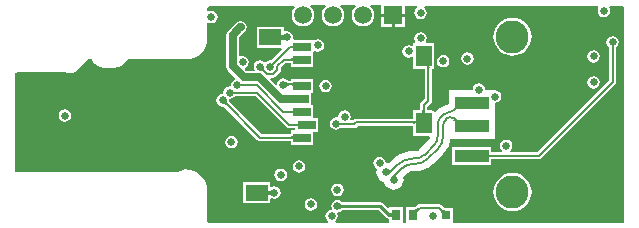
<source format=gtl>
G04 Layer_Physical_Order=1*
G04 Layer_Color=255*
%FSLAX43Y43*%
%MOMM*%
G71*
G01*
G75*
%ADD10C,0.203*%
%ADD11C,0.203*%
%ADD12R,2.880X1.120*%
%ADD13R,1.500X0.800*%
%ADD14R,1.900X1.400*%
%ADD15R,1.400X1.800*%
%ADD16R,0.762X0.965*%
%ADD17R,0.762X0.762*%
%ADD18C,0.635*%
%ADD19C,0.254*%
%ADD20R,1.500X1.500*%
%ADD21C,1.500*%
%ADD22C,2.800*%
%ADD23C,0.635*%
G36*
X20716Y1982D02*
X20791Y1918D01*
X20824Y1895D01*
X20854Y1877D01*
X20881Y1865D01*
X20906Y1859D01*
X20927Y1859D01*
X20946Y1864D01*
X20961Y1876D01*
X20677Y1591D01*
X20688Y1607D01*
X20693Y1625D01*
X20693Y1647D01*
X20687Y1671D01*
X20675Y1698D01*
X20658Y1729D01*
X20634Y1762D01*
X20605Y1798D01*
X20530Y1879D01*
X20674Y2022D01*
X20716Y1982D01*
D02*
G37*
G36*
X18770Y1878D02*
X18734Y1840D01*
X18676Y1771D01*
X18654Y1740D01*
X18637Y1710D01*
X18625Y1682D01*
X18617Y1656D01*
X18615Y1632D01*
X18616Y1610D01*
X18623Y1590D01*
X18440Y1976D01*
X18451Y1961D01*
X18466Y1952D01*
X18485Y1949D01*
X18508Y1954D01*
X18535Y1965D01*
X18566Y1983D01*
X18600Y2008D01*
X18639Y2040D01*
X18728Y2123D01*
X18770Y1878D01*
D02*
G37*
G36*
X12121Y2427D02*
X12141Y2410D01*
X12163Y2396D01*
X12187Y2384D01*
X12212Y2373D01*
X12238Y2365D01*
X12265Y2358D01*
X12294Y2353D01*
X12324Y2350D01*
X12356Y2349D01*
Y2095D01*
X12324Y2095D01*
X12294Y2092D01*
X12265Y2087D01*
X12238Y2080D01*
X12212Y2072D01*
X12187Y2061D01*
X12163Y2049D01*
X12141Y2035D01*
X12121Y2018D01*
X12101Y2000D01*
Y2445D01*
X12121Y2427D01*
D02*
G37*
G36*
X15993Y1262D02*
X16102Y1189D01*
X16231Y1163D01*
X16267D01*
Y845D01*
X11711D01*
X11672Y972D01*
X11750Y1025D01*
X11865Y1197D01*
X11906Y1400D01*
X11872Y1571D01*
X11873Y1612D01*
X11949Y1706D01*
X12078Y1732D01*
X12250Y1847D01*
X12263Y1866D01*
X12268Y1870D01*
X12276Y1874D01*
X12284Y1878D01*
X12295Y1881D01*
X12307Y1884D01*
X12319Y1886D01*
X15369D01*
X15993Y1262D01*
D02*
G37*
G36*
X15582Y18542D02*
X16586D01*
X17590D01*
Y19155D01*
X18598D01*
X18636Y19028D01*
X18548Y18968D01*
X18433Y18796D01*
X18392Y18593D01*
X18433Y18390D01*
X18548Y18217D01*
X18720Y18102D01*
X18923Y18062D01*
X19126Y18102D01*
X19298Y18217D01*
X19413Y18390D01*
X19454Y18593D01*
X19413Y18796D01*
X19298Y18968D01*
X19210Y19028D01*
X19248Y19155D01*
X33906D01*
X33974Y19028D01*
X33933Y18967D01*
X33893Y18764D01*
X33933Y18561D01*
X34048Y18389D01*
X34221Y18273D01*
X34424Y18233D01*
X34627Y18273D01*
X34799Y18389D01*
X34914Y18561D01*
X34955Y18764D01*
X34914Y18967D01*
X34874Y19028D01*
X34942Y19155D01*
X36000D01*
X36000Y19155D01*
X36013Y19156D01*
X36114Y19114D01*
X36156Y19013D01*
X36155Y19000D01*
Y1000D01*
X36156Y988D01*
X36114Y886D01*
X36013Y844D01*
X36000Y845D01*
X21733D01*
X21636Y917D01*
Y2085D01*
X20914D01*
X20866Y2126D01*
X20672Y2320D01*
X20571Y2387D01*
X20452Y2411D01*
X18848D01*
X18730Y2387D01*
X18629Y2320D01*
X18539Y2230D01*
X18502Y2196D01*
X18490Y2186D01*
X17664D01*
Y845D01*
X17436D01*
Y2186D01*
X16267D01*
Y2106D01*
X16150Y2057D01*
X15746Y2461D01*
X15637Y2534D01*
X15508Y2559D01*
X12319D01*
X12307Y2561D01*
X12295Y2564D01*
X12284Y2568D01*
X12276Y2571D01*
X12268Y2575D01*
X12263Y2579D01*
X12250Y2598D01*
X12078Y2713D01*
X11874Y2753D01*
X11671Y2713D01*
X11499Y2598D01*
X11384Y2426D01*
X11344Y2223D01*
X11378Y2051D01*
X11377Y2010D01*
X11300Y1916D01*
X11172Y1890D01*
X11000Y1775D01*
X10885Y1603D01*
X10844Y1400D01*
X10885Y1197D01*
X11000Y1025D01*
X11078Y972D01*
X11039Y845D01*
X1000D01*
X988Y844D01*
X886Y886D01*
X844Y988D01*
X845Y1000D01*
Y3500D01*
X847D01*
X812Y3860D01*
X706Y4207D01*
X536Y4526D01*
X306Y4806D01*
X26Y5036D01*
X-293Y5206D01*
X-640Y5312D01*
X-1000Y5347D01*
Y5345D01*
X-1219Y5317D01*
X-1423Y5232D01*
X-1598Y5098D01*
X-1599Y5096D01*
X-15200D01*
X-15207Y5094D01*
X-15279Y5109D01*
X-15346Y5154D01*
X-15391Y5221D01*
X-15406Y5293D01*
X-15404Y5300D01*
Y13400D01*
X-15406Y13407D01*
X-15391Y13479D01*
X-15346Y13546D01*
X-15279Y13591D01*
X-15207Y13606D01*
X-15200Y13604D01*
X-11231D01*
X-11206Y13585D01*
X-11121Y13550D01*
X-11002Y13500D01*
X-10783Y13472D01*
X-10564Y13500D01*
X-10480Y13535D01*
X-10360Y13585D01*
X-10185Y13719D01*
X-10185Y13719D01*
X-9250Y14655D01*
X-8881D01*
X-8807Y14476D01*
X-8640Y14260D01*
X-8424Y14093D01*
X-8171Y13989D01*
X-7900Y13953D01*
Y13955D01*
X-7067D01*
X-7066Y13954D01*
Y13951D01*
X-6743Y13994D01*
X-6442Y14118D01*
X-6183Y14317D01*
X-6185Y14319D01*
X-5850Y14655D01*
X-1000D01*
X-1000Y14655D01*
Y14653D01*
X-640Y14688D01*
X-293Y14793D01*
X26Y14964D01*
X306Y15194D01*
X536Y15474D01*
X706Y15793D01*
X812Y16140D01*
X847Y16500D01*
X845D01*
Y17722D01*
X957Y17782D01*
X991Y17760D01*
X1194Y17719D01*
X1397Y17760D01*
X1569Y17875D01*
X1684Y18047D01*
X1725Y18250D01*
X1684Y18453D01*
X1569Y18625D01*
X1397Y18740D01*
X1194Y18781D01*
X991Y18740D01*
X957Y18718D01*
X845Y18778D01*
Y19000D01*
X844Y19012D01*
X886Y19114D01*
X988Y19156D01*
X1000Y19155D01*
X8092D01*
X8181Y19166D01*
X8250Y19047D01*
X8134Y18896D01*
X8038Y18664D01*
X8005Y18415D01*
X8038Y18166D01*
X8134Y17934D01*
X8286Y17735D01*
X8485Y17582D01*
X8717Y17486D01*
X8966Y17454D01*
X9215Y17486D01*
X9447Y17582D01*
X9646Y17735D01*
X9799Y17934D01*
X9895Y18166D01*
X9928Y18415D01*
X9895Y18664D01*
X9799Y18896D01*
X9646Y19095D01*
X9567Y19156D01*
X9610Y19283D01*
X10863D01*
X10906Y19156D01*
X10826Y19095D01*
X10674Y18896D01*
X10578Y18664D01*
X10545Y18415D01*
X10578Y18166D01*
X10674Y17934D01*
X10826Y17735D01*
X11025Y17582D01*
X11257Y17486D01*
X11506Y17454D01*
X11755Y17486D01*
X11987Y17582D01*
X12186Y17735D01*
X12339Y17934D01*
X12435Y18166D01*
X12468Y18415D01*
X12435Y18664D01*
X12339Y18896D01*
X12186Y19095D01*
X12107Y19156D01*
X12150Y19283D01*
X13403D01*
X13446Y19156D01*
X13366Y19095D01*
X13214Y18896D01*
X13118Y18664D01*
X13085Y18415D01*
X13118Y18166D01*
X13214Y17934D01*
X13366Y17735D01*
X13565Y17582D01*
X13797Y17486D01*
X14046Y17454D01*
X14295Y17486D01*
X14527Y17582D01*
X14726Y17735D01*
X14879Y17934D01*
X14975Y18166D01*
X15008Y18415D01*
X14975Y18664D01*
X14879Y18896D01*
X14726Y19095D01*
X14647Y19156D01*
X14690Y19283D01*
X15582D01*
Y18542D01*
D02*
G37*
G36*
X16477Y1257D02*
X16474Y1279D01*
X16467Y1299D01*
X16455Y1316D01*
X16437Y1331D01*
X16415Y1344D01*
X16388Y1354D01*
X16356Y1363D01*
X16319Y1368D01*
X16278Y1372D01*
X16231Y1373D01*
Y1627D01*
X16278Y1628D01*
X16319Y1632D01*
X16356Y1637D01*
X16388Y1646D01*
X16415Y1656D01*
X16437Y1669D01*
X16455Y1684D01*
X16467Y1701D01*
X16474Y1721D01*
X16477Y1743D01*
Y1257D01*
D02*
G37*
%LPC*%
G36*
X35175Y16631D02*
X34972Y16590D01*
X34800Y16475D01*
X34685Y16303D01*
X34644Y16100D01*
X34685Y15897D01*
X34800Y15725D01*
X34864Y15681D01*
Y12904D01*
X28771Y6811D01*
X26535D01*
X26497Y6938D01*
X26537Y6965D01*
X26652Y7137D01*
X26693Y7341D01*
X26652Y7544D01*
X26537Y7716D01*
X26365Y7831D01*
X26162Y7872D01*
X25959Y7831D01*
X25787Y7716D01*
X25672Y7544D01*
X25631Y7341D01*
X25672Y7137D01*
X25787Y6965D01*
X25827Y6938D01*
X25789Y6811D01*
X24888D01*
Y7263D01*
X21602D01*
Y5737D01*
X24888D01*
Y6189D01*
X28900D01*
X29019Y6213D01*
X29120Y6280D01*
X35395Y12555D01*
X35462Y12656D01*
X35486Y12775D01*
Y15681D01*
X35550Y15725D01*
X35665Y15897D01*
X35706Y16100D01*
X35665Y16303D01*
X35550Y16475D01*
X35378Y16590D01*
X35175Y16631D01*
D02*
G37*
G36*
X8622Y6130D02*
X8419Y6090D01*
X8246Y5975D01*
X8131Y5803D01*
X8091Y5600D01*
X8131Y5396D01*
X8246Y5224D01*
X8419Y5109D01*
X8622Y5069D01*
X8825Y5109D01*
X8997Y5224D01*
X9112Y5396D01*
X9153Y5600D01*
X9112Y5803D01*
X8997Y5975D01*
X8825Y6090D01*
X8622Y6130D01*
D02*
G37*
G36*
X2900Y8181D02*
X2697Y8140D01*
X2525Y8025D01*
X2410Y7853D01*
X2369Y7650D01*
X2410Y7447D01*
X2525Y7275D01*
X2697Y7160D01*
X2900Y7119D01*
X3103Y7160D01*
X3275Y7275D01*
X3390Y7447D01*
X3431Y7650D01*
X3390Y7853D01*
X3275Y8025D01*
X3103Y8140D01*
X2900Y8181D01*
D02*
G37*
G36*
X10875Y12931D02*
X10672Y12890D01*
X10500Y12775D01*
X10385Y12603D01*
X10344Y12400D01*
X10385Y12197D01*
X10500Y12025D01*
X10672Y11910D01*
X10875Y11869D01*
X11078Y11910D01*
X11250Y12025D01*
X11365Y12197D01*
X11406Y12400D01*
X11365Y12603D01*
X11250Y12775D01*
X11078Y12890D01*
X10875Y12931D01*
D02*
G37*
G36*
X-11207Y10431D02*
X-11411Y10390D01*
X-11583Y10275D01*
X-11698Y10103D01*
X-11738Y9900D01*
X-11698Y9697D01*
X-11583Y9525D01*
X-11411Y9410D01*
X-11207Y9369D01*
X-11004Y9410D01*
X-10832Y9525D01*
X-10717Y9697D01*
X-10677Y9900D01*
X-10717Y10103D01*
X-10832Y10275D01*
X-11004Y10390D01*
X-11207Y10431D01*
D02*
G37*
G36*
X9622Y2905D02*
X9418Y2864D01*
X9246Y2749D01*
X9131Y2577D01*
X9091Y2374D01*
X9131Y2171D01*
X9246Y1998D01*
X9418Y1883D01*
X9622Y1843D01*
X9825Y1883D01*
X9997Y1998D01*
X10112Y2171D01*
X10152Y2374D01*
X10112Y2577D01*
X9997Y2749D01*
X9825Y2864D01*
X9622Y2905D01*
D02*
G37*
G36*
X26695Y5036D02*
X26380Y5005D01*
X26078Y4913D01*
X25800Y4764D01*
X25556Y4564D01*
X25355Y4320D01*
X25206Y4041D01*
X25115Y3739D01*
X25084Y3425D01*
X25115Y3111D01*
X25206Y2809D01*
X25355Y2530D01*
X25556Y2286D01*
X25800Y2086D01*
X26078Y1937D01*
X26380Y1845D01*
X26695Y1814D01*
X27009Y1845D01*
X27311Y1937D01*
X27590Y2086D01*
X27834Y2286D01*
X28034Y2530D01*
X28183Y2809D01*
X28275Y3111D01*
X28306Y3425D01*
X28275Y3739D01*
X28183Y4041D01*
X28034Y4320D01*
X27834Y4564D01*
X27590Y4764D01*
X27311Y4913D01*
X27009Y5005D01*
X26695Y5036D01*
D02*
G37*
G36*
X6178Y4278D02*
X3872D01*
Y2472D01*
X6178D01*
Y2845D01*
X6290Y2905D01*
X6321Y2884D01*
X6525Y2844D01*
X6728Y2884D01*
X6900Y3000D01*
X7015Y3172D01*
X7055Y3375D01*
X7015Y3578D01*
X6900Y3750D01*
X6728Y3865D01*
X6525Y3906D01*
X6321Y3865D01*
X6290Y3845D01*
X6178Y3905D01*
Y4278D01*
D02*
G37*
G36*
X7075Y5406D02*
X6872Y5366D01*
X6700Y5251D01*
X6585Y5078D01*
X6544Y4875D01*
X6585Y4672D01*
X6700Y4500D01*
X6872Y4385D01*
X7075Y4344D01*
X7279Y4385D01*
X7451Y4500D01*
X7566Y4672D01*
X7606Y4875D01*
X7566Y5078D01*
X7451Y5251D01*
X7279Y5366D01*
X7075Y5406D01*
D02*
G37*
G36*
X11874Y4150D02*
X11671Y4110D01*
X11499Y3995D01*
X11384Y3823D01*
X11344Y3619D01*
X11384Y3416D01*
X11499Y3244D01*
X11671Y3129D01*
X11874Y3089D01*
X12078Y3129D01*
X12250Y3244D01*
X12365Y3416D01*
X12405Y3619D01*
X12365Y3823D01*
X12250Y3995D01*
X12078Y4110D01*
X11874Y4150D01*
D02*
G37*
G36*
X26695Y18186D02*
X26380Y18155D01*
X26078Y18063D01*
X25800Y17915D01*
X25556Y17714D01*
X25355Y17470D01*
X25206Y17192D01*
X25115Y16889D01*
X25084Y16575D01*
X25115Y16261D01*
X25206Y15959D01*
X25355Y15680D01*
X25556Y15436D01*
X25800Y15236D01*
X26078Y15087D01*
X26380Y14995D01*
X26695Y14964D01*
X27009Y14995D01*
X27311Y15087D01*
X27590Y15236D01*
X27834Y15436D01*
X28034Y15680D01*
X28183Y15959D01*
X28275Y16261D01*
X28306Y16575D01*
X28275Y16889D01*
X28183Y17192D01*
X28034Y17470D01*
X27834Y17714D01*
X27590Y17915D01*
X27311Y18063D01*
X27009Y18155D01*
X26695Y18186D01*
D02*
G37*
G36*
X3683Y17904D02*
X3658D01*
X3454Y17864D01*
X3282Y17749D01*
X2637Y17104D01*
X2522Y16931D01*
X2481Y16728D01*
X2481Y16728D01*
Y14063D01*
X2481Y14063D01*
X2522Y13859D01*
X2637Y13687D01*
X3233Y13091D01*
X3196Y12969D01*
X3176Y12965D01*
X3004Y12850D01*
X2889Y12678D01*
X2849Y12475D01*
X2852Y12455D01*
X2775Y12378D01*
X2740Y12369D01*
X2540Y12329D01*
X2368Y12214D01*
X2253Y12042D01*
X2214Y11847D01*
X2172Y11736D01*
X2164Y11727D01*
X1961Y11687D01*
X1788Y11572D01*
X1673Y11400D01*
X1633Y11197D01*
X1673Y10993D01*
X1788Y10821D01*
X1961Y10706D01*
X2164Y10666D01*
X2191Y10671D01*
X2206Y10670D01*
X2222Y10667D01*
X2235Y10664D01*
X2247Y10660D01*
X2257Y10656D01*
X2267Y10651D01*
X2276Y10645D01*
X2276Y10645D01*
X5105Y7815D01*
X5206Y7748D01*
X5325Y7724D01*
X7922D01*
Y7432D01*
X9828D01*
Y8532D01*
X10228D01*
Y9738D01*
X9828D01*
Y10838D01*
X9628D01*
Y11832D01*
X9828D01*
Y13038D01*
X7922D01*
Y12866D01*
X7748D01*
X7747Y12866D01*
X7735Y12869D01*
X7723Y12872D01*
X7710Y12877D01*
X7697Y12883D01*
X7682Y12891D01*
X7670Y12899D01*
X7665Y12906D01*
X7633Y12927D01*
X7629Y12930D01*
X7625Y12932D01*
X7493Y13021D01*
X7290Y13061D01*
X7087Y13021D01*
X6914Y12906D01*
X6799Y12733D01*
X6769Y12580D01*
X6639Y12530D01*
X6174Y12996D01*
X6222Y13113D01*
X6429D01*
X6548Y13137D01*
X6648Y13204D01*
X7017Y13573D01*
X7085Y13674D01*
X7108Y13793D01*
Y13959D01*
X7474Y14324D01*
X7922D01*
Y14032D01*
X9828D01*
Y15326D01*
X9955Y15394D01*
X10008Y15359D01*
X10211Y15319D01*
X10414Y15359D01*
X10586Y15474D01*
X10701Y15646D01*
X10742Y15850D01*
X10701Y16053D01*
X10586Y16225D01*
X10414Y16340D01*
X10211Y16381D01*
X10008Y16340D01*
X9955Y16305D01*
X9828Y16338D01*
Y16338D01*
X9828Y16338D01*
X8173D01*
X8093Y16436D01*
X8110Y16525D01*
X8070Y16728D01*
X7955Y16900D01*
X7783Y17016D01*
X7580Y17056D01*
X7455Y17031D01*
X7328Y17124D01*
Y17428D01*
X5022D01*
Y15622D01*
X7134D01*
X7183Y15505D01*
X6246Y14568D01*
X6175Y14582D01*
X5972Y14541D01*
X5800Y14426D01*
X5678Y14426D01*
X5512Y14537D01*
X5309Y14577D01*
X5105Y14537D01*
X4933Y14422D01*
X4818Y14249D01*
X4778Y14046D01*
X4818Y13843D01*
X4854Y13789D01*
X4794Y13677D01*
X4148D01*
X4031Y13795D01*
X4073Y13932D01*
X4226Y14034D01*
X4341Y14207D01*
X4381Y14410D01*
X4341Y14613D01*
X4226Y14785D01*
X4054Y14900D01*
X3850Y14941D01*
X3670Y14905D01*
X3543Y14972D01*
Y16508D01*
X3982Y16947D01*
X4058Y16998D01*
X4173Y17170D01*
X4214Y17374D01*
X4173Y17577D01*
X4058Y17749D01*
X3886Y17864D01*
X3683Y17904D01*
D02*
G37*
G36*
X33565Y15437D02*
X33362Y15397D01*
X33190Y15282D01*
X33075Y15109D01*
X33034Y14906D01*
X33075Y14703D01*
X33190Y14531D01*
X33362Y14416D01*
X33565Y14375D01*
X33768Y14416D01*
X33940Y14531D01*
X34055Y14703D01*
X34096Y14906D01*
X34055Y15109D01*
X33940Y15282D01*
X33768Y15397D01*
X33565Y15437D01*
D02*
G37*
G36*
X20821Y15034D02*
X20618Y14994D01*
X20446Y14879D01*
X20331Y14707D01*
X20290Y14503D01*
X20331Y14300D01*
X20446Y14128D01*
X20618Y14013D01*
X20821Y13972D01*
X21024Y14013D01*
X21197Y14128D01*
X21312Y14300D01*
X21352Y14503D01*
X21312Y14707D01*
X21197Y14879D01*
X21024Y14994D01*
X20821Y15034D01*
D02*
G37*
G36*
X22885Y15263D02*
X22682Y15222D01*
X22510Y15107D01*
X22395Y14935D01*
X22354Y14732D01*
X22395Y14529D01*
X22510Y14357D01*
X22682Y14242D01*
X22885Y14201D01*
X23089Y14242D01*
X23261Y14357D01*
X23376Y14529D01*
X23416Y14732D01*
X23376Y14935D01*
X23261Y15107D01*
X23089Y15222D01*
X22885Y15263D01*
D02*
G37*
G36*
X16459Y18288D02*
X15582D01*
Y17411D01*
X16459D01*
Y18288D01*
D02*
G37*
G36*
X17590D02*
X16713D01*
Y17411D01*
X17590D01*
Y18288D01*
D02*
G37*
G36*
X33565Y13245D02*
X33362Y13204D01*
X33190Y13089D01*
X33075Y12917D01*
X33034Y12714D01*
X33075Y12511D01*
X33190Y12338D01*
X33362Y12223D01*
X33565Y12183D01*
X33768Y12223D01*
X33940Y12338D01*
X34055Y12511D01*
X34096Y12714D01*
X34055Y12917D01*
X33940Y13089D01*
X33768Y13204D01*
X33565Y13245D01*
D02*
G37*
G36*
X18923Y16965D02*
X18720Y16924D01*
X18548Y16809D01*
X18433Y16637D01*
X18392Y16434D01*
X18433Y16231D01*
X18483Y16155D01*
X18415Y16028D01*
X18272D01*
Y15859D01*
X18160Y15799D01*
X18110Y15832D01*
X17907Y15873D01*
X17704Y15832D01*
X17532Y15717D01*
X17417Y15545D01*
X17376Y15342D01*
X17417Y15138D01*
X17532Y14966D01*
X17704Y14851D01*
X17907Y14811D01*
X18110Y14851D01*
X18160Y14884D01*
X18272Y14824D01*
Y13822D01*
X19247D01*
Y11305D01*
X18955Y11013D01*
X18888Y10912D01*
X18864Y10793D01*
Y10338D01*
X18272D01*
Y9643D01*
X13452D01*
X13333Y9619D01*
X13232Y9552D01*
X13169Y9488D01*
X13023D01*
X13018Y9499D01*
X12969Y9615D01*
X13006Y9800D01*
X12965Y10003D01*
X12850Y10175D01*
X12678Y10290D01*
X12475Y10331D01*
X12272Y10290D01*
X12100Y10175D01*
X11985Y10003D01*
X11951Y9836D01*
X11944Y9800D01*
X11826Y9741D01*
X11750Y9756D01*
X11547Y9715D01*
X11375Y9600D01*
X11260Y9428D01*
X11219Y9225D01*
X11260Y9022D01*
X11375Y8850D01*
X11547Y8735D01*
X11750Y8694D01*
X11953Y8735D01*
X12125Y8850D01*
X12137Y8867D01*
X13298D01*
X13417Y8891D01*
X13518Y8958D01*
X13581Y9021D01*
X18272D01*
Y8132D01*
X19647D01*
X19728Y8034D01*
X19719Y7987D01*
X19628Y7851D01*
X19611Y7839D01*
X18816Y7045D01*
X18804Y7027D01*
X18663Y6932D01*
X18497Y6899D01*
X18475Y6904D01*
X18358D01*
X18328Y6898D01*
X17938Y6867D01*
X17529Y6769D01*
X17140Y6608D01*
X16781Y6388D01*
X16484Y6134D01*
X16458Y6117D01*
X16234Y5892D01*
X16223Y5897D01*
X16008Y5925D01*
X15967Y5920D01*
X15934Y6085D01*
X15819Y6257D01*
X15646Y6372D01*
X15443Y6413D01*
X15240Y6372D01*
X15068Y6257D01*
X14953Y6085D01*
X14912Y5882D01*
X14953Y5679D01*
X15068Y5506D01*
X15238Y5392D01*
X15203Y5308D01*
X15175Y5092D01*
X15203Y4877D01*
X15286Y4676D01*
X15419Y4504D01*
X15591Y4371D01*
X15792Y4288D01*
X15827Y4284D01*
X15832Y4248D01*
X15915Y4048D01*
X16047Y3875D01*
X16220Y3743D01*
X16421Y3660D01*
X16636Y3631D01*
X16852Y3660D01*
X17052Y3743D01*
X17225Y3875D01*
X17357Y4048D01*
X17440Y4248D01*
X17469Y4464D01*
X17440Y4679D01*
X17436Y4690D01*
X17661Y4914D01*
X17674Y4934D01*
X17861Y5078D01*
X18101Y5177D01*
X18335Y5208D01*
X18358Y5203D01*
X18475D01*
X18489Y5206D01*
X18901Y5247D01*
X19310Y5371D01*
X19687Y5572D01*
X19920Y5764D01*
X20018Y5843D01*
X20018Y5843D01*
Y5843D01*
X20105Y5929D01*
X20813Y6637D01*
X20821Y6650D01*
X21081Y6966D01*
X21280Y7340D01*
X21403Y7745D01*
X21422Y7932D01*
X25193D01*
Y9932D01*
X25193D01*
Y10951D01*
X25222Y10975D01*
X25425Y11016D01*
X25598Y11131D01*
X25713Y11303D01*
X25753Y11506D01*
X25713Y11709D01*
X25598Y11882D01*
X25425Y11997D01*
X25222Y12037D01*
X25193Y12061D01*
Y12068D01*
X24400D01*
X24382Y12090D01*
X24341Y12294D01*
X24226Y12466D01*
X24054Y12581D01*
X23851Y12621D01*
X23647Y12581D01*
X23475Y12466D01*
X23360Y12294D01*
X23320Y12090D01*
X23301Y12068D01*
X21297D01*
Y10842D01*
X21055Y10810D01*
X20710Y10667D01*
X20414Y10440D01*
X20414Y10440D01*
X20205Y10231D01*
X20133Y10245D01*
X20078Y10278D01*
Y10338D01*
X19486D01*
Y10664D01*
X19778Y10956D01*
X19845Y11057D01*
X19869Y11176D01*
Y13822D01*
X20078D01*
Y16028D01*
X19431D01*
X19363Y16155D01*
X19413Y16231D01*
X19454Y16434D01*
X19413Y16637D01*
X19298Y16809D01*
X19126Y16924D01*
X18923Y16965D01*
D02*
G37*
%LPD*%
G36*
X5971Y3605D02*
X5979Y3583D01*
X5992Y3564D01*
X6010Y3548D01*
X6033Y3534D01*
X6061Y3522D01*
X6095Y3513D01*
X6123Y3509D01*
X6134Y3511D01*
X6161Y3517D01*
X6187Y3526D01*
X6212Y3536D01*
X6236Y3549D01*
X6258Y3563D01*
X6278Y3579D01*
X6298Y3597D01*
Y3153D01*
X6278Y3171D01*
X6258Y3187D01*
X6236Y3201D01*
X6212Y3214D01*
X6187Y3224D01*
X6161Y3233D01*
X6134Y3239D01*
X6123Y3241D01*
X6095Y3237D01*
X6061Y3228D01*
X6033Y3216D01*
X6010Y3202D01*
X5992Y3186D01*
X5979Y3167D01*
X5971Y3145D01*
X5969Y3121D01*
Y3629D01*
X5971Y3605D01*
D02*
G37*
G36*
X8131Y14432D02*
X8129Y14451D01*
X8123Y14468D01*
X8113Y14484D01*
X8098Y14497D01*
X8080Y14508D01*
X8057Y14517D01*
X8030Y14524D01*
X7999Y14529D01*
X7964Y14532D01*
X7925Y14533D01*
Y14737D01*
X7964Y14738D01*
X7999Y14741D01*
X8030Y14746D01*
X8057Y14753D01*
X8080Y14762D01*
X8098Y14773D01*
X8113Y14786D01*
X8123Y14802D01*
X8129Y14819D01*
X8131Y14838D01*
Y14432D01*
D02*
G37*
G36*
X7121Y16755D02*
X7129Y16733D01*
X7142Y16714D01*
X7160Y16698D01*
X7183Y16684D01*
X7211Y16672D01*
X7223Y16669D01*
X7242Y16676D01*
X7267Y16686D01*
X7291Y16699D01*
X7313Y16713D01*
X7333Y16729D01*
X7353Y16747D01*
Y16653D01*
X7376Y16652D01*
Y16398D01*
X7353Y16397D01*
Y16303D01*
X7333Y16321D01*
X7313Y16337D01*
X7291Y16351D01*
X7267Y16364D01*
X7242Y16374D01*
X7223Y16381D01*
X7211Y16378D01*
X7183Y16366D01*
X7160Y16352D01*
X7142Y16336D01*
X7129Y16317D01*
X7121Y16295D01*
X7119Y16271D01*
Y16397D01*
X7098Y16398D01*
Y16652D01*
X7119Y16653D01*
Y16779D01*
X7121Y16755D01*
D02*
G37*
G36*
X7524Y12748D02*
X7550Y12729D01*
X7577Y12712D01*
X7604Y12698D01*
X7631Y12685D01*
X7659Y12675D01*
X7686Y12667D01*
X7714Y12662D01*
X7743Y12658D01*
X7771Y12657D01*
X7789Y12454D01*
X7759Y12453D01*
X7731Y12449D01*
X7703Y12443D01*
X7676Y12434D01*
X7650Y12422D01*
X7625Y12408D01*
X7601Y12392D01*
X7578Y12373D01*
X7555Y12351D01*
X7534Y12327D01*
X7498Y12770D01*
X7524Y12748D01*
D02*
G37*
G36*
X2482Y11160D02*
X2485Y11128D01*
X2490Y11098D01*
X2497Y11069D01*
X2506Y11041D01*
X2517Y11014D01*
X2530Y10989D01*
X2546Y10965D01*
X2563Y10942D01*
X2583Y10921D01*
X2439Y10777D01*
X2418Y10797D01*
X2395Y10815D01*
X2371Y10830D01*
X2346Y10843D01*
X2319Y10855D01*
X2292Y10864D01*
X2262Y10871D01*
X2232Y10876D01*
X2200Y10878D01*
X2167Y10879D01*
X2481Y11193D01*
X2482Y11160D01*
D02*
G37*
G36*
X5622Y13981D02*
X5622Y13950D01*
X5625Y13920D01*
X5630Y13891D01*
X5638Y13864D01*
X5648Y13838D01*
X5661Y13812D01*
X5676Y13788D01*
X5693Y13765D01*
X5713Y13744D01*
X5555Y13614D01*
X5534Y13634D01*
X5512Y13651D01*
X5488Y13667D01*
X5463Y13681D01*
X5436Y13694D01*
X5408Y13704D01*
X5379Y13713D01*
X5348Y13721D01*
X5316Y13726D01*
X5282Y13730D01*
X5624Y14013D01*
X5622Y13981D01*
D02*
G37*
G36*
X7570Y8915D02*
X7671Y8848D01*
X7790Y8824D01*
X8322D01*
Y8638D01*
X7922D01*
Y8346D01*
X5454D01*
X2715Y11084D01*
X2715Y11085D01*
X2709Y11094D01*
X2704Y11103D01*
X2700Y11113D01*
X2696Y11125D01*
X2693Y11139D01*
X2690Y11154D01*
X2689Y11169D01*
X2693Y11188D01*
X2735Y11299D01*
X2743Y11308D01*
X2946Y11348D01*
X3118Y11463D01*
X3162Y11528D01*
X4958D01*
X7570Y8915D01*
D02*
G37*
G36*
X8131Y7832D02*
X8129Y7851D01*
X8123Y7868D01*
X8113Y7884D01*
X8098Y7897D01*
X8080Y7908D01*
X8057Y7917D01*
X8030Y7924D01*
X7999Y7929D01*
X7964Y7932D01*
X7925Y7933D01*
Y8137D01*
X7964Y8138D01*
X7999Y8141D01*
X8030Y8146D01*
X8057Y8153D01*
X8080Y8162D01*
X8098Y8173D01*
X8113Y8186D01*
X8123Y8202D01*
X8129Y8219D01*
X8131Y8238D01*
Y7832D01*
D02*
G37*
G36*
Y12352D02*
X8129Y12372D01*
X8123Y12389D01*
X8113Y12404D01*
X8098Y12417D01*
X8080Y12429D01*
X8057Y12438D01*
X8030Y12445D01*
X7999Y12450D01*
X7964Y12453D01*
X7925Y12454D01*
Y12657D01*
X7964Y12658D01*
X7999Y12661D01*
X8030Y12666D01*
X8057Y12673D01*
X8080Y12683D01*
X8098Y12694D01*
X8113Y12707D01*
X8123Y12722D01*
X8129Y12740D01*
X8131Y12759D01*
Y12352D01*
D02*
G37*
G36*
X16905Y4894D02*
X16887Y4872D01*
X16873Y4849D01*
X16863Y4825D01*
X16857Y4801D01*
X16855Y4775D01*
X16856Y4749D01*
X16862Y4723D01*
X16871Y4695D01*
X16885Y4667D01*
X16902Y4637D01*
X16468Y4733D01*
X16492Y4749D01*
X16540Y4785D01*
X16562Y4804D01*
X16606Y4847D01*
X16627Y4870D01*
X16668Y4919D01*
X16687Y4946D01*
X16905Y4894D01*
D02*
G37*
G36*
X21844Y9666D02*
X21932Y9590D01*
X21955Y9573D01*
X21975Y9560D01*
X21993Y9552D01*
X22007Y9548D01*
X22019Y9549D01*
X22027Y9554D01*
X21811Y9340D01*
X21816Y9349D01*
X21817Y9360D01*
X21813Y9375D01*
X21805Y9392D01*
X21792Y9412D01*
X21776Y9436D01*
X21754Y9462D01*
X21699Y9523D01*
X21665Y9558D01*
X21809Y9700D01*
X21844Y9666D01*
D02*
G37*
G36*
X18481Y9129D02*
X18479Y9148D01*
X18473Y9165D01*
X18463Y9180D01*
X18448Y9194D01*
X18430Y9205D01*
X18407Y9214D01*
X18380Y9221D01*
X18349Y9226D01*
X18314Y9229D01*
X18275Y9230D01*
Y9433D01*
X18314Y9434D01*
X18349Y9437D01*
X18380Y9443D01*
X18407Y9450D01*
X18430Y9459D01*
X18448Y9470D01*
X18463Y9483D01*
X18473Y9498D01*
X18479Y9516D01*
X18481Y9535D01*
Y9129D01*
D02*
G37*
G36*
X21967Y10443D02*
X21965Y10442D01*
X21960Y10438D01*
X21942Y10421D01*
X21818Y10300D01*
X21672Y10441D01*
X21808Y10582D01*
X21967Y10443D01*
D02*
G37*
G36*
X19278Y10296D02*
X19281Y10261D01*
X19286Y10230D01*
X19293Y10203D01*
X19302Y10180D01*
X19313Y10162D01*
X19326Y10147D01*
X19342Y10137D01*
X19359Y10131D01*
X19378Y10129D01*
X18972D01*
X18991Y10131D01*
X19008Y10137D01*
X19024Y10147D01*
X19037Y10162D01*
X19048Y10180D01*
X19057Y10203D01*
X19064Y10230D01*
X19069Y10261D01*
X19072Y10296D01*
X19073Y10335D01*
X19277D01*
X19278Y10296D01*
D02*
G37*
G36*
X16489Y5143D02*
X16463Y5124D01*
X16414Y5084D01*
X16391Y5063D01*
X16348Y5019D01*
X16329Y4996D01*
X16293Y4949D01*
X16277Y4924D01*
X16181Y5358D01*
X16210Y5341D01*
X16239Y5328D01*
X16266Y5318D01*
X16293Y5312D01*
X16319Y5311D01*
X16344Y5313D01*
X16369Y5319D01*
X16392Y5329D01*
X16415Y5344D01*
X16437Y5361D01*
X16489Y5143D01*
D02*
G37*
G36*
X19742Y14026D02*
X19725Y14020D01*
X19709Y14010D01*
X19696Y13996D01*
X19685Y13978D01*
X19676Y13955D01*
X19669Y13929D01*
X19664Y13898D01*
X19661Y13864D01*
X19660Y13825D01*
X19456D01*
X19455Y13864D01*
X19452Y13898D01*
X19447Y13929D01*
X19440Y13955D01*
X19431Y13978D01*
X19420Y13996D01*
X19407Y14010D01*
X19391Y14020D01*
X19374Y14026D01*
X19355Y14028D01*
X19761D01*
X19742Y14026D01*
D02*
G37*
D10*
X20373Y7077D02*
G03*
X20825Y8167I-1091J1091D01*
G01*
X21701Y9666D02*
G03*
X21425Y9780I-276J-276D01*
G01*
D02*
G03*
X21177Y9677I0J-351D01*
G01*
X20950Y9450D02*
G03*
X20825Y9148I302J-302D01*
G01*
X18475Y5825D02*
G03*
X19579Y6282I0J1561D01*
G01*
X18358Y5825D02*
G03*
X17221Y5354I0J-1608D01*
G01*
X16852Y4985D02*
G03*
X16636Y4464I521J-521D01*
G01*
X21425Y10237D02*
G03*
X21744Y10369I0J451D01*
G01*
X21425Y10237D02*
G03*
X20854Y10000I0J-808D01*
G01*
X20627Y9773D02*
G03*
X20368Y9148I625J-625D01*
G01*
X20050Y7400D02*
G03*
X20368Y8167I-767J767D01*
G01*
X18475Y6282D02*
G03*
X19255Y6605I0J1104D01*
G01*
X18358Y6282D02*
G03*
X16898Y5677I0J-2065D01*
G01*
X16008Y5092D02*
G03*
X16529Y5308I0J737D01*
G01*
X19175Y9332D02*
Y10793D01*
Y9235D02*
Y9332D01*
X18872Y18542D02*
X18923Y18593D01*
X19175Y14925D02*
X19558Y14542D01*
Y11176D02*
Y14542D01*
X19175Y10793D02*
X19558Y11176D01*
X5309Y14004D02*
X5889Y13424D01*
X5309Y14004D02*
Y14046D01*
X7345Y14635D02*
X8875D01*
X7853Y15735D02*
X8875D01*
X8755Y12556D02*
X8875Y12435D01*
X7315Y12556D02*
X8755D01*
X7290Y12530D02*
X7315Y12556D01*
X5325Y8035D02*
X8875D01*
X2164Y11197D02*
X5325Y8035D01*
X22366Y9000D02*
X23245D01*
X19579Y6282D02*
X20373Y7077D01*
X22375Y11000D02*
X23245D01*
X21744Y10369D02*
X22375Y11000D01*
X2164Y11197D02*
Y11246D01*
X20452Y2100D02*
X21052Y1501D01*
X18848Y2100D02*
X20452D01*
X18249Y1500D02*
X18848Y2100D01*
X21177Y9677D02*
X21177Y9677D01*
X20950Y9450D02*
X21177Y9677D01*
X21701Y9666D02*
X22366Y9000D01*
X20825Y8167D02*
Y9148D01*
X18358Y5825D02*
X18475D01*
X16852Y4985D02*
X17221Y5354D01*
X20627Y9773D02*
X20854Y10000D01*
X20627Y9773D02*
X20627Y9773D01*
X20368Y8167D02*
Y9148D01*
X19255Y6605D02*
X20050Y7400D01*
X18358Y6282D02*
X18475D01*
X16529Y5308D02*
X16898Y5677D01*
X11750Y9225D02*
X11797Y9178D01*
X13298D01*
X13452Y9332D01*
X19175D01*
X6169Y14051D02*
X6175D01*
X6798Y13793D02*
Y14087D01*
X7345Y14635D01*
X6429Y13424D02*
X6798Y13793D01*
X5889Y13424D02*
X6429D01*
X6169Y14051D02*
X7853Y15735D01*
X3379Y12475D02*
X5050D01*
X7290Y10235D01*
X8875D01*
X2743Y11838D02*
X5087D01*
X7790Y9135D01*
X9275D01*
X28900Y6500D02*
X35175Y12775D01*
Y16100D01*
X23245Y6500D02*
X28900D01*
D11*
X21177Y9677D02*
D03*
X20627Y9773D02*
D03*
D12*
X23245Y6500D02*
D03*
Y13500D02*
D03*
X23245Y11000D02*
D03*
X23245Y9000D02*
D03*
D13*
X8875Y8035D02*
D03*
X9275Y9135D02*
D03*
X8875Y10235D02*
D03*
X8675Y11335D02*
D03*
X8875Y12435D02*
D03*
X8675Y13535D02*
D03*
X8875Y14635D02*
D03*
Y15735D02*
D03*
D14*
X5025Y3375D02*
D03*
X6175Y16525D02*
D03*
D15*
X19175Y9235D02*
D03*
Y14925D02*
D03*
D16*
X16851Y1500D02*
D03*
X18249D02*
D03*
D17*
X22448Y1501D02*
D03*
X21052D02*
D03*
D18*
X3658Y17374D02*
X3683D01*
X3012Y16728D02*
X3658Y17374D01*
X3012Y14063D02*
Y16728D01*
X23245Y13500D02*
X25184D01*
X8666Y13526D02*
X8675Y13535D01*
X7425Y13526D02*
X8666D01*
X3012Y14063D02*
X3928Y13146D01*
X5272D01*
X7084Y11335D01*
X8675D01*
D19*
X6175Y16525D02*
X7580D01*
X5025Y3375D02*
X6525D01*
X15494Y1321D02*
X15545Y1270D01*
X16231Y1500D02*
X16851D01*
X15508Y2223D02*
X16231Y1500D01*
X11874Y2223D02*
X15508D01*
D20*
X16586Y18415D02*
D03*
D21*
X14046D02*
D03*
X11506D02*
D03*
X8966D02*
D03*
D22*
X26695Y3425D02*
D03*
X26695Y16575D02*
D03*
D23*
X3683Y17374D02*
D03*
X22530Y17323D02*
D03*
X18923Y18593D02*
D03*
Y16434D02*
D03*
X10211Y15850D02*
D03*
X2900Y7650D02*
D03*
X22885Y14732D02*
D03*
X11874Y2223D02*
D03*
X11874Y3619D02*
D03*
X25184Y13500D02*
D03*
X20980Y16535D02*
D03*
X17907Y15342D02*
D03*
X7580Y16525D02*
D03*
X6525Y3375D02*
D03*
X26162Y7341D02*
D03*
X23851Y12090D02*
D03*
X25222Y11506D02*
D03*
X25730Y10795D02*
D03*
X32588Y3404D02*
D03*
X29845Y18771D02*
D03*
X34424Y18764D02*
D03*
X1194Y18250D02*
D03*
X5309Y14046D02*
D03*
X8622Y5600D02*
D03*
X20821Y14503D02*
D03*
X-11201Y7696D02*
D03*
X10566Y11151D02*
D03*
X1778Y14467D02*
D03*
X15545Y1270D02*
D03*
X-11207Y9900D02*
D03*
X15443Y5882D02*
D03*
X13741Y6398D02*
D03*
X19970Y1380D02*
D03*
X3850Y14410D02*
D03*
X7290Y12530D02*
D03*
X33565Y7286D02*
D03*
Y5094D02*
D03*
X28485Y14906D02*
D03*
Y12714D02*
D03*
X33565Y14906D02*
D03*
Y12714D02*
D03*
X1524Y5469D02*
D03*
X16850Y2800D02*
D03*
X16008Y5092D02*
D03*
X2743Y11838D02*
D03*
X3379Y12475D02*
D03*
X2164Y11197D02*
D03*
X-5283Y9144D02*
D03*
X2870Y2210D02*
D03*
X18875Y11525D02*
D03*
X20000Y10650D02*
D03*
X17725Y10000D02*
D03*
X17965Y12546D02*
D03*
X15454Y9965D02*
D03*
X18035Y7454D02*
D03*
X16745Y8710D02*
D03*
X16727Y11273D02*
D03*
X11278Y13292D02*
D03*
X16636Y4464D02*
D03*
X11750Y9225D02*
D03*
X10875Y12400D02*
D03*
X12475Y9800D02*
D03*
X11375Y1400D02*
D03*
X9622Y2374D02*
D03*
X7075Y4875D02*
D03*
X4511Y10000D02*
D03*
X5218Y9293D02*
D03*
X5925Y10000D02*
D03*
X5218Y10707D02*
D03*
X6175Y14051D02*
D03*
X7425Y13526D02*
D03*
X35175Y16100D02*
D03*
X25975Y5850D02*
D03*
M02*

</source>
